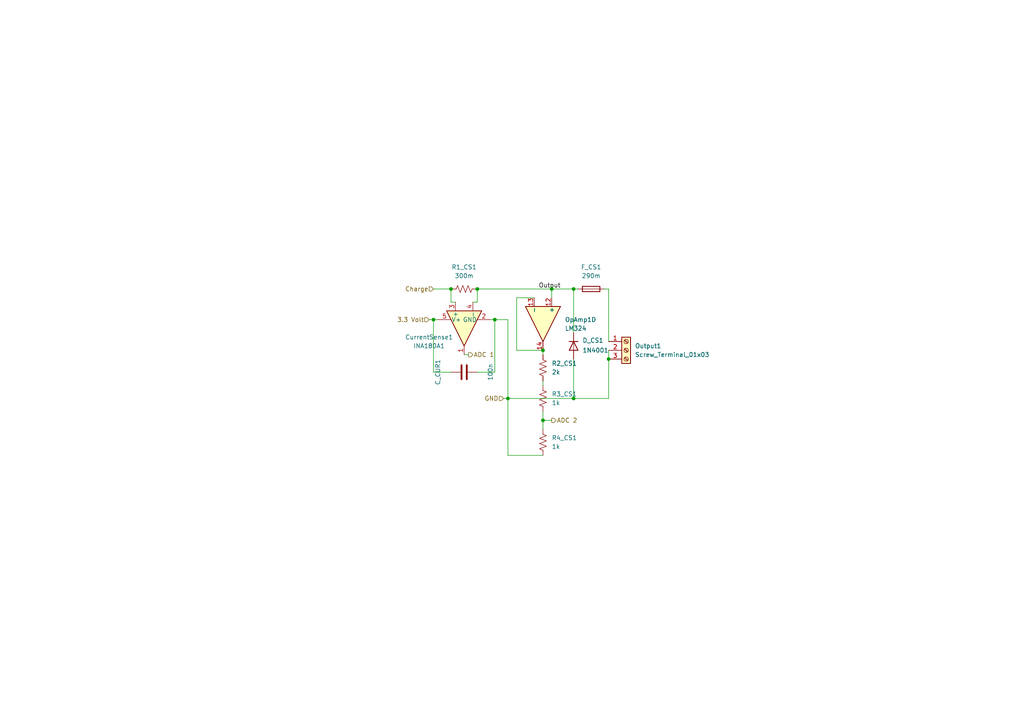
<source format=kicad_sch>
(kicad_sch (version 20211123) (generator eeschema)
  (paper "A4")
  (title_block (title "Current and Voltage Sensing") (date "2022-11-16") (rev "3") (company "George Mason University") (comment 1 "voltage, and a fuse for reverse polarity protection") (comment 2 "monitered, the voltage senser to both moniter and control the") (comment 3 "user. This stage contains the current senser so that the current can") (comment 4 "This is the final stage before outputting the final voltage for the end"))
  (lib_symbols
    (symbol "Amplifier_Current:INA180A1" (pin_names (offset 0.127))
      (property "Reference" "U" (at 3.81 3.81 0))
      (property "Value" "INA180A1" (at 3.81 -2.54 0))
      (symbol "INA180A1_0_1"
        (polyline (pts (xy 5.08 0) (xy -5.08 5.08) (xy -5.08 -5.08) (xy 5.08 0)) (stroke (width 0.254)) (fill (type background)))
      )
      (symbol "INA180A1_1_1"
        (pin output line (at 7.62 0 180) (length 2.54) (name "~") (number "1"))
        (pin power_in line (at -2.54 -7.62 90) (length 3.81) (name "GND") (number "2"))
        (pin input line (at -7.62 2.54 0) (length 2.54) (name "+") (number "3"))
        (pin input line (at -7.62 -2.54 0) (length 2.54) (name "-") (number "4"))
        (pin power_in line (at -2.54 7.62 270) (length 3.81) (name "V+") (number "5"))
      )
    )
    (symbol "Amplifier_Operational:LM324A" (pin_names (offset 0.127))
      (property "Reference" "U" (at 0 5.08 0))
      (property "Value" "LM324A" (at 0 -5.08 0))
      (symbol "LM324A_1_1"
        (polyline (pts (xy -5.08 5.08) (xy 5.08 0) (xy -5.08 -5.08) (xy -5.08 5.08)) (stroke (width 0.254)) (fill (type background)))
        (pin output line (at 7.62 0 180) (length 2.54) (name "~") (number "1"))
        (pin input line (at -7.62 -2.54 0) (length 2.54) (name "-") (number "2"))
        (pin input line (at -7.62 2.54 0) (length 2.54) (name "+") (number "3"))
      )
      (symbol "LM324A_2_1"
        (polyline (pts (xy -5.08 5.08) (xy 5.08 0) (xy -5.08 -5.08) (xy -5.08 5.08)) (stroke (width 0.254)) (fill (type background)))
        (pin input line (at -7.62 2.54 0) (length 2.54) (name "+") (number "5"))
        (pin input line (at -7.62 -2.54 0) (length 2.54) (name "-") (number "6"))
        (pin output line (at 7.62 0 180) (length 2.54) (name "~") (number "7"))
      )
      (symbol "LM324A_3_1"
        (polyline (pts (xy -5.08 5.08) (xy 5.08 0) (xy -5.08 -5.08) (xy -5.08 5.08)) (stroke (width 0.254)) (fill (type background)))
        (pin input line (at -7.62 2.54 0) (length 2.54) (name "+") (number "10"))
        (pin output line (at 7.62 0 180) (length 2.54) (name "~") (number "8"))
        (pin input line (at -7.62 -2.54 0) (length 2.54) (name "-") (number "9"))
      )
      (symbol "LM324A_4_1"
        (polyline (pts (xy -5.08 5.08) (xy 5.08 0) (xy -5.08 -5.08) (xy -5.08 5.08)) (stroke (width 0.254)) (fill (type background)))
        (pin input line (at -7.62 2.54 0) (length 2.54) (name "+") (number "12"))
        (pin input line (at -7.62 -2.54 0) (length 2.54) (name "-") (number "13"))
        (pin output line (at 7.62 0 180) (length 2.54) (name "~") (number "14"))
      )
      (symbol "LM324A_5_1"
        (pin power_in line (at -2.54 -7.62 90) (length 3.81) (name "V-") (number "11"))
        (pin power_in line (at -2.54 7.62 270) (length 3.81) (name "V+") (number "4"))
      )
    )
    (symbol "Connector:Screw_Terminal_01x03" (pin_names (offset 1.016) hide)
      (property "Reference" "J" (at 0 5.08 0))
      (property "Value" "Screw_Terminal_01x03" (at 0 -5.08 0))
      (symbol "Screw_Terminal_01x03_1_1"
        (rectangle (start -1.27 3.81) (end 1.27 -3.81) (stroke (width 0.254)) (fill (type background)))
        (circle (center 0 -2.54) (radius 0.635) (stroke (width 0.1524)))
        (polyline (pts (xy -0.5334 -2.2098) (xy 0.3302 -3.048)) (stroke (width 0.1524)))
        (polyline (pts (xy -0.5334 0.3302) (xy 0.3302 -0.508)) (stroke (width 0.1524)))
        (polyline (pts (xy -0.5334 2.8702) (xy 0.3302 2.032)) (stroke (width 0.1524)))
        (polyline (pts (xy -0.3556 -2.032) (xy 0.508 -2.8702)) (stroke (width 0.1524)))
        (polyline (pts (xy -0.3556 0.508) (xy 0.508 -0.3302)) (stroke (width 0.1524)))
        (polyline (pts (xy -0.3556 3.048) (xy 0.508 2.2098)) (stroke (width 0.1524)))
        (circle (center 0 0) (radius 0.635) (stroke (width 0.1524)))
        (circle (center 0 2.54) (radius 0.635) (stroke (width 0.1524)))
        (pin passive line (at -5.08 2.54 0) (length 3.81) (name "Pin_1") (number "1"))
        (pin passive line (at -5.08 0 0) (length 3.81) (name "Pin_2") (number "2"))
        (pin passive line (at -5.08 -2.54 0) (length 3.81) (name "Pin_3") (number "3"))
      )
    )
    (symbol "Device:C" (pin_numbers hide) (pin_names (offset 0.254))
      (property "Reference" "C" (at 0.635 2.54 0))
      (property "Value" "C" (at 0.635 -2.54 0))
      (symbol "C_0_1"
        (polyline (pts (xy -2.032 -0.762) (xy 2.032 -0.762)) (stroke (width 0.508)))
        (polyline (pts (xy -2.032 0.762) (xy 2.032 0.762)) (stroke (width 0.508)))
      )
      (symbol "C_1_1"
        (pin passive line (at 0 3.81 270) (length 2.794) (name "~") (number "1"))
        (pin passive line (at 0 -3.81 90) (length 2.794) (name "~") (number "2"))
      )
    )
    (symbol "Device:Fuse" (pin_numbers hide) (pin_names (offset 0))
      (property "Reference" "F" (at 2.032 0 90))
      (property "Value" "Fuse" (at -1.905 0 90))
      (symbol "Fuse_0_1"
        (rectangle (start -0.762 -2.54) (end 0.762 2.54) (stroke (width 0.254)))
        (polyline (pts (xy 0 2.54) (xy 0 -2.54)))
      )
      (symbol "Fuse_1_1"
        (pin passive line (at 0 3.81 270) (length 1.27) (name "~") (number "1"))
        (pin passive line (at 0 -3.81 90) (length 1.27) (name "~") (number "2"))
      )
    )
    (symbol "Device:R_US" (pin_numbers hide) (pin_names (offset 0))
      (property "Reference" "R" (at 2.54 0 90))
      (property "Value" "R_US" (at -2.54 0 90))
      (symbol "R_US_0_1"
        (polyline (pts (xy 0 -2.286) (xy 0 -2.54)))
        (polyline (pts (xy 0 2.286) (xy 0 2.54)))
        (polyline (pts (xy 0 -0.762) (xy 1.016 -1.143) (xy 0 -1.524) (xy -1.016 -1.905) (xy 0 -2.286)))
        (polyline (pts (xy 0 0.762) (xy 1.016 0.381) (xy 0 0) (xy -1.016 -0.381) (xy 0 -0.762)))
        (polyline (pts (xy 0 2.286) (xy 1.016 1.905) (xy 0 1.524) (xy -1.016 1.143) (xy 0 0.762)))
      )
      (symbol "R_US_1_1"
        (pin passive line (at 0 3.81 270) (length 1.27) (name "~") (number "1"))
        (pin passive line (at 0 -3.81 90) (length 1.27) (name "~") (number "2"))
      )
    )
    (symbol "Diode:1N4001" (pin_numbers hide) (pin_names (offset 1.016) hide)
      (property "Reference" "D" (at 0 2.54 0))
      (property "Value" "1N4001" (at 0 -2.54 0))
      (symbol "1N4001_0_1"
        (polyline (pts (xy -1.27 1.27) (xy -1.27 -1.27)) (stroke (width 0.254)))
        (polyline (pts (xy 1.27 0) (xy -1.27 0)))
        (polyline (pts (xy 1.27 1.27) (xy 1.27 -1.27) (xy -1.27 0) (xy 1.27 1.27)) (stroke (width 0.254)))
      )
      (symbol "1N4001_1_1"
        (pin passive line (at -3.81 0 0) (length 2.54) (name "K") (number "1"))
        (pin passive line (at 3.81 0 180) (length 2.54) (name "A") (number "2"))
      )
    )
  )
  (junction (at 130.81 83.82))
  (junction (at 125.73 92.71))
  (junction (at 160.02 83.82))
  (junction (at 147.32 115.57))
  (junction (at 143.51 92.71))
  (junction (at 176.53 104.14))
  (junction (at 157.48 121.92))
  (junction (at 138.43 83.82))
  (junction (at 166.37 115.57))
  (junction (at 157.48 101.6))
  (junction (at 166.37 83.82))
  (wire (pts (xy 138.43 83.82) (xy 138.43 87.63)))
  (wire (pts (xy 147.32 115.57) (xy 166.37 115.57)))
  (wire (pts (xy 138.43 83.82) (xy 160.02 83.82)))
  (wire (pts (xy 157.48 102.87) (xy 157.48 101.6)))
  (wire (pts (xy 132.08 87.63) (xy 130.81 87.63)))
  (wire (pts (xy 134.62 102.87) (xy 135.89 102.87)))
  (wire (pts (xy 157.48 110.49) (xy 157.48 111.76)))
  (wire (pts (xy 166.37 83.82) (xy 166.37 96.52)))
  (wire (pts (xy 130.81 87.63) (xy 130.81 83.82)))
  (wire (pts (xy 137.16 87.63) (xy 138.43 87.63)))
  (wire (pts (xy 138.43 107.95) (xy 143.51 107.95)))
  (wire (pts (xy 176.53 83.82) (xy 176.53 99.06)))
  (wire (pts (xy 166.37 115.57) (xy 176.53 115.57)))
  (wire (pts (xy 157.48 119.38) (xy 157.48 121.92)))
  (wire (pts (xy 160.02 83.82) (xy 166.37 83.82)))
  (wire (pts (xy 125.73 92.71) (xy 127 92.71)))
  (wire (pts (xy 166.37 104.14) (xy 166.37 115.57)))
  (wire (pts (xy 175.26 83.82) (xy 176.53 83.82)))
  (wire (pts (xy 143.51 107.95) (xy 143.51 92.71)))
  (wire (pts (xy 166.37 83.82) (xy 167.64 83.82)))
  (wire (pts (xy 176.53 104.14) (xy 176.53 115.57)))
  (wire (pts (xy 157.48 121.92) (xy 157.48 124.46)))
  (wire (pts (xy 147.32 92.71) (xy 147.32 115.57)))
  (wire (pts (xy 149.86 101.6) (xy 157.48 101.6)))
  (wire (pts (xy 130.81 107.95) (xy 125.73 107.95)))
  (wire (pts (xy 147.32 115.57) (xy 147.32 132.08)))
  (wire (pts (xy 154.94 86.36) (xy 149.86 86.36)))
  (wire (pts (xy 157.48 132.08) (xy 147.32 132.08)))
  (wire (pts (xy 149.86 86.36) (xy 149.86 101.6)))
  (wire (pts (xy 157.48 121.92) (xy 160.02 121.92)))
  (wire (pts (xy 125.73 83.82) (xy 130.81 83.82)))
  (wire (pts (xy 142.24 92.71) (xy 143.51 92.71)))
  (wire (pts (xy 146.05 115.57) (xy 147.32 115.57)))
  (wire (pts (xy 176.53 101.6) (xy 176.53 104.14)))
  (wire (pts (xy 124.46 92.71) (xy 125.73 92.71)))
  (wire (pts (xy 160.02 83.82) (xy 160.02 86.36)))
  (wire (pts (xy 125.73 107.95) (xy 125.73 92.71)))
  (wire (pts (xy 143.51 92.71) (xy 147.32 92.71)))
  (label "Output" (at 156.21 83.82 0))
  (hierarchical_label "Charge" (shape input) (at 125.73 83.82 180))
  (hierarchical_label "ADC 2" (shape output) (at 160.02 121.92 0))
  (hierarchical_label "GND" (shape input) (at 146.05 115.57 180))
  (hierarchical_label "ADC 1" (shape output) (at 135.89 102.87 0))
  (hierarchical_label "3.3 Volt" (shape input) (at 124.46 92.71 180))
  (symbol (lib_id "Device:Fuse") (at 171.45 83.82 90) (unit 1)
    (property "Reference" "F_CS1" (at 171.45 77.47 90))
    (property "Value" "290m" (at 171.45 80.01 90))
    (property "Footprint" "Fuse:Fuse_1812_4532Metric" (effects hide))
  )
  (symbol (lib_id "Amplifier_Operational:LM324A") (at 157.48 93.98 270) (unit 4)
    (property "Reference" "OpAmp1" (at 163.83 92.7099 90) (effects (justify left)))
    (property "Value" "LM324" (at 163.83 95.2499 90) (effects (justify left)))
    (property "Datasheet" "http://www.ti.com/lit/ds/symlink/lm2902-n.pdf" (effects hide))
  )
  (symbol (lib_id "Device:R_US") (at 134.62 83.82 90) (unit 1)
    (property "Reference" "R1_CS1" (at 134.62 77.47 90))
    (property "Value" "300m" (at 134.62 80.01 90))
    (property "Footprint" "Resistor_SMD:R_1206_3216Metric" (effects hide))
  )
  (symbol (lib_id "Device:R_US") (at 157.48 106.68 0) (unit 1)
    (property "Reference" "R2_CS1" (at 160.02 105.4099 0) (effects (justify left)))
    (property "Value" "2k" (at 160.02 107.9499 0) (effects (justify left)))
    (property "Footprint" "Resistor_SMD:R_0603_1608Metric" (effects hide))
  )
  (symbol (lib_id "Device:R_US") (at 157.48 115.57 0) (unit 1)
    (property "Reference" "R3_CS1" (at 160.02 114.2999 0) (effects (justify left)))
    (property "Value" "1k" (at 160.02 116.8399 0) (effects (justify left)))
    (property "Footprint" "Resistor_SMD:R_0603_1608Metric" (effects hide))
  )
  (symbol (lib_id "Amplifier_Current:INA180A1") (at 134.62 95.25 90) (mirror x) (unit 1)
    (property "Reference" "CurrentSense1" (at 124.46 97.79 90))
    (property "Value" "INA180A1" (at 124.46 100.33 90))
    (property "Footprint" "Package_TO_SOT_SMD:SOT-23-5" (effects hide))
    (property "Datasheet" "http://www.ti.com/lit/ds/symlink/ina180.pdf" (effects hide))
  )
  (symbol (lib_id "Diode:1N4001") (at 166.37 100.33 270) (unit 1)
    (property "Reference" "D_CS1" (at 168.91 98.7424 90) (effects (justify left)))
    (property "Value" "1N4001" (at 172.72 101.6 90))
    (property "Footprint" "Diode_SMD:D_SMA" (effects hide))
    (property "Datasheet" "http://www.vishay.com/docs/88503/1n4001.pdf" (effects hide))
  )
  (symbol (lib_id "Connector:Screw_Terminal_01x03") (at 181.61 101.6 0) (unit 1)
    (property "Reference" "Output1" (at 184.15 100.3299 0) (effects (justify left)))
    (property "Value" "Screw_Terminal_01x03" (at 184.15 102.8699 0) (effects (justify left)))
    (property "Footprint" "TerminalBlock:TerminalBlock_Altech_AK300-3_P5.00mm" (effects hide))
  )
  (symbol (lib_id "Device:R_US") (at 157.48 128.27 0) (unit 1)
    (property "Reference" "R4_CS1" (at 160.02 126.9999 0) (effects (justify left)))
    (property "Value" "1k" (at 160.02 129.5399 0) (effects (justify left)))
    (property "Footprint" "Resistor_SMD:R_0603_1608Metric" (effects hide))
  )
  (symbol (lib_id "Device:C") (at 134.62 107.95 270) (unit 1)
    (property "Reference" "C_CUR1" (at 127 107.95 0))
    (property "Value" "100n" (at 142.24 107.95 0))
    (property "Footprint" "Capacitor_SMD:C_0603_1608Metric" (effects hide))
  )
)
</source>
